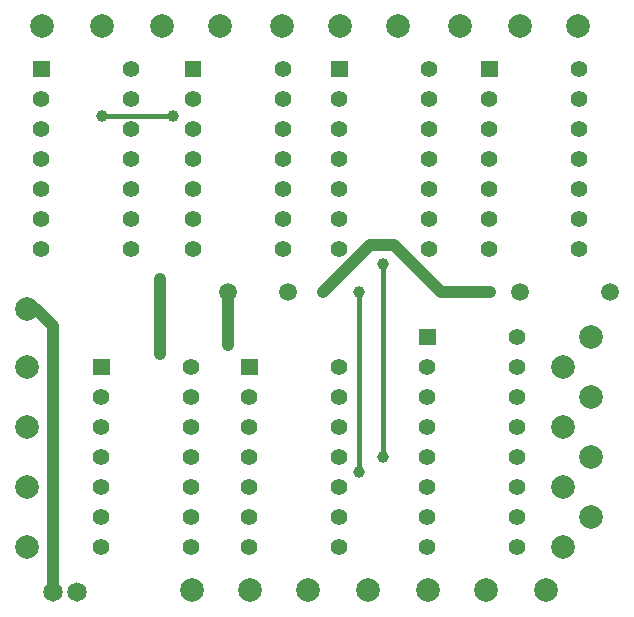
<source format=gbr>
%FSLAX34Y34*%
%MOMM*%
%LNCOPPER_TOP*%
G71*
G01*
%ADD10C,1.400*%
%ADD11C,1.500*%
%ADD12C,2.000*%
%ADD13C,1.000*%
%ADD14C,1.000*%
%ADD15C,0.400*%
%ADD16C,1.640*%
%LPD*%
G36*
X57234Y486629D02*
X57234Y472629D01*
X43234Y472629D01*
X43234Y486629D01*
X57234Y486629D01*
G37*
X50234Y454229D02*
G54D10*
D03*
X50234Y428829D02*
G54D10*
D03*
X50234Y403429D02*
G54D10*
D03*
X50234Y378029D02*
G54D10*
D03*
X50234Y352629D02*
G54D10*
D03*
X50234Y327229D02*
G54D10*
D03*
X126434Y327229D02*
G54D10*
D03*
X126434Y352629D02*
G54D10*
D03*
X126434Y378029D02*
G54D10*
D03*
X126434Y403429D02*
G54D10*
D03*
X126434Y428829D02*
G54D10*
D03*
X126434Y454229D02*
G54D10*
D03*
X126434Y479629D02*
G54D10*
D03*
G36*
X185822Y486629D02*
X185822Y472629D01*
X171822Y472629D01*
X171822Y486629D01*
X185822Y486629D01*
G37*
X178822Y454229D02*
G54D10*
D03*
X178822Y428829D02*
G54D10*
D03*
X178822Y403429D02*
G54D10*
D03*
X178822Y378029D02*
G54D10*
D03*
X178822Y352629D02*
G54D10*
D03*
X178822Y327229D02*
G54D10*
D03*
X255022Y327229D02*
G54D10*
D03*
X255022Y352629D02*
G54D10*
D03*
X255022Y378029D02*
G54D10*
D03*
X255022Y403429D02*
G54D10*
D03*
X255022Y428829D02*
G54D10*
D03*
X255022Y454229D02*
G54D10*
D03*
X255022Y479629D02*
G54D10*
D03*
G36*
X309647Y486629D02*
X309647Y472629D01*
X295647Y472629D01*
X295647Y486629D01*
X309647Y486629D01*
G37*
X302647Y454229D02*
G54D10*
D03*
X302647Y428829D02*
G54D10*
D03*
X302647Y403429D02*
G54D10*
D03*
X302647Y378029D02*
G54D10*
D03*
X302647Y352629D02*
G54D10*
D03*
X302647Y327229D02*
G54D10*
D03*
X378847Y327229D02*
G54D10*
D03*
X378847Y352629D02*
G54D10*
D03*
X378847Y378029D02*
G54D10*
D03*
X378847Y403429D02*
G54D10*
D03*
X378847Y428829D02*
G54D10*
D03*
X378847Y454229D02*
G54D10*
D03*
X378847Y479629D02*
G54D10*
D03*
G36*
X436647Y486629D02*
X436647Y472629D01*
X422647Y472629D01*
X422647Y486629D01*
X436647Y486629D01*
G37*
X429647Y454229D02*
G54D10*
D03*
X429647Y428829D02*
G54D10*
D03*
X429647Y403429D02*
G54D10*
D03*
X429647Y378029D02*
G54D10*
D03*
X429647Y352629D02*
G54D10*
D03*
X429647Y327229D02*
G54D10*
D03*
X505847Y327229D02*
G54D10*
D03*
X505847Y352629D02*
G54D10*
D03*
X505847Y378029D02*
G54D10*
D03*
X505847Y403429D02*
G54D10*
D03*
X505847Y428829D02*
G54D10*
D03*
X505847Y454229D02*
G54D10*
D03*
X505847Y479629D02*
G54D10*
D03*
G36*
X108034Y234217D02*
X108034Y220217D01*
X94034Y220217D01*
X94034Y234217D01*
X108034Y234217D01*
G37*
X101034Y201817D02*
G54D10*
D03*
X101034Y176417D02*
G54D10*
D03*
X101034Y151017D02*
G54D10*
D03*
X101034Y125617D02*
G54D10*
D03*
X101034Y100217D02*
G54D10*
D03*
X101034Y74817D02*
G54D10*
D03*
X177234Y74817D02*
G54D10*
D03*
X177234Y100217D02*
G54D10*
D03*
X177234Y125617D02*
G54D10*
D03*
X177234Y151017D02*
G54D10*
D03*
X177234Y176417D02*
G54D10*
D03*
X177234Y201817D02*
G54D10*
D03*
X177234Y227217D02*
G54D10*
D03*
G36*
X233447Y234217D02*
X233447Y220217D01*
X219447Y220217D01*
X219447Y234217D01*
X233447Y234217D01*
G37*
X226447Y201817D02*
G54D10*
D03*
X226447Y176417D02*
G54D10*
D03*
X226447Y151017D02*
G54D10*
D03*
X226447Y125617D02*
G54D10*
D03*
X226447Y100217D02*
G54D10*
D03*
X226447Y74817D02*
G54D10*
D03*
X302647Y74817D02*
G54D10*
D03*
X302647Y100217D02*
G54D10*
D03*
X302647Y125617D02*
G54D10*
D03*
X302647Y151017D02*
G54D10*
D03*
X302647Y176417D02*
G54D10*
D03*
X302647Y201817D02*
G54D10*
D03*
X302647Y227217D02*
G54D10*
D03*
G36*
X384259Y259617D02*
X384259Y245617D01*
X370259Y245617D01*
X370259Y259617D01*
X384259Y259617D01*
G37*
X377259Y227217D02*
G54D10*
D03*
X377259Y201817D02*
G54D10*
D03*
X377259Y176417D02*
G54D10*
D03*
X377259Y151017D02*
G54D10*
D03*
X377259Y125617D02*
G54D10*
D03*
X377259Y100217D02*
G54D10*
D03*
X377259Y74817D02*
G54D10*
D03*
X453459Y74817D02*
G54D10*
D03*
X453459Y100217D02*
G54D10*
D03*
X453459Y125617D02*
G54D10*
D03*
X453459Y151017D02*
G54D10*
D03*
X453459Y176417D02*
G54D10*
D03*
X453459Y201817D02*
G54D10*
D03*
X453459Y227217D02*
G54D10*
D03*
X453459Y252617D02*
G54D10*
D03*
X455612Y290513D02*
G54D11*
D03*
X531812Y290513D02*
G54D11*
D03*
X50800Y515938D02*
G54D12*
D03*
X101600Y515938D02*
G54D12*
D03*
X152400Y515938D02*
G54D12*
D03*
X201612Y515938D02*
G54D12*
D03*
X254000Y515938D02*
G54D12*
D03*
X303212Y515938D02*
G54D12*
D03*
X352425Y515938D02*
G54D12*
D03*
X404812Y515938D02*
G54D12*
D03*
X455612Y515938D02*
G54D12*
D03*
X504825Y515938D02*
G54D12*
D03*
X515938Y252412D02*
G54D12*
D03*
X492125Y227012D02*
G54D12*
D03*
X515938Y201612D02*
G54D12*
D03*
X492125Y176212D02*
G54D12*
D03*
X515938Y150812D02*
G54D12*
D03*
X492125Y125412D02*
G54D12*
D03*
X515938Y100012D02*
G54D12*
D03*
X492125Y74612D02*
G54D12*
D03*
X477838Y38100D02*
G54D12*
D03*
X427038Y38100D02*
G54D12*
D03*
X377825Y38100D02*
G54D12*
D03*
X327025Y38100D02*
G54D12*
D03*
X276225Y38100D02*
G54D12*
D03*
X227012Y38100D02*
G54D12*
D03*
X177800Y38100D02*
G54D12*
D03*
X38100Y74612D02*
G54D12*
D03*
X38100Y125412D02*
G54D12*
D03*
X38100Y176212D02*
G54D12*
D03*
X38100Y227012D02*
G54D12*
D03*
X38100Y276225D02*
G54D12*
D03*
X150813Y301625D02*
G54D13*
D03*
X150813Y238125D02*
G54D13*
D03*
X288925Y290513D02*
G54D13*
D03*
X430212Y290513D02*
G54D13*
D03*
X319088Y290512D02*
G54D13*
D03*
X319088Y138112D02*
G54D13*
D03*
X339725Y314325D02*
G54D13*
D03*
X339725Y150813D02*
G54D13*
D03*
G54D14*
X150813Y301625D02*
X150813Y238125D01*
G54D14*
X288925Y290513D02*
X328612Y330200D01*
X349250Y330200D01*
X388938Y290512D01*
X430212Y290513D01*
G54D15*
X319088Y290512D02*
X319088Y138112D01*
G54D15*
X339725Y314325D02*
X339725Y150813D01*
X101600Y439738D02*
G54D13*
D03*
X161926Y439738D02*
G54D13*
D03*
G54D15*
X101600Y439738D02*
X161926Y439738D01*
X80425Y36512D02*
G54D16*
D03*
X60325Y36512D02*
G54D16*
D03*
X207962Y290512D02*
G54D11*
D03*
X258762Y290512D02*
G54D11*
D03*
G54D14*
X38100Y276225D02*
X46038Y276225D01*
X60325Y261938D01*
X60325Y36512D01*
X207962Y246062D02*
G54D13*
D03*
G54D14*
X207962Y290512D02*
X207962Y246062D01*
M02*

</source>
